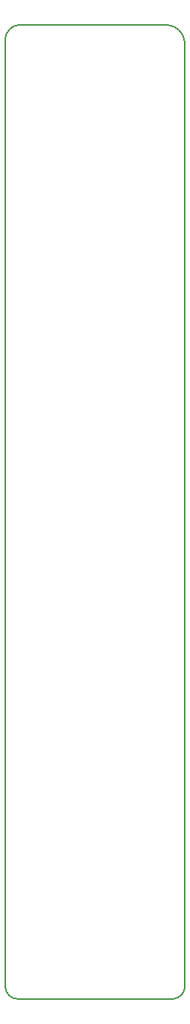
<source format=gko>
G04 DipTrace 3.3.0.0*
G04 uPeaks_exp04.GKO*
%MOIN*%
G04 #@! TF.FileFunction,Profile*
G04 #@! TF.Part,Single*
%ADD11C,0.005512*%
%FSLAX26Y26*%
G04*
G70*
G90*
G75*
G01*
G04 BoardOutline*
%LPD*%
X394416Y4631155D2*
D11*
G02X457892Y4694450I66545J-3259D01*
G01*
X1107860Y4693975D1*
G02X1187769Y4619866I-3341J-83739D01*
G01*
X1188430Y453768D1*
G02X1136595Y394110I-55921J-3760D01*
G01*
X450596Y394016D1*
G02X394016Y450596I58J56638D01*
G01*
X394416Y4631155D1*
M02*

</source>
